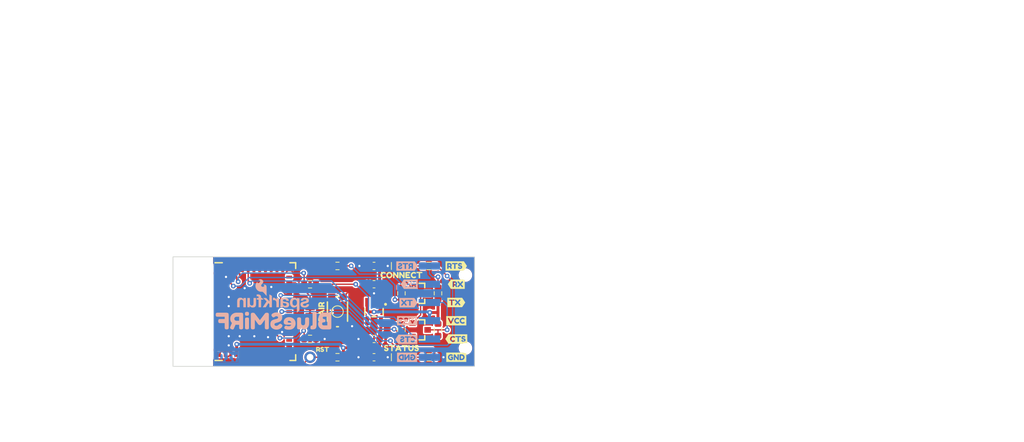
<source format=kicad_pcb>
(kicad_pcb (version 20221018) (generator pcbnew)
  (layers (0 "F.Cu" signal) (31 "B.Cu" signal) (34 "B.Paste" user) (35 "F.Paste" user) (36 "B.SilkS" user "B.Silkscreen") (37 "F.SilkS" user "F.Silkscreen") (38 "B.Mask" user) (39 "F.Mask" user) (44 "Edge.Cuts" user))
  (net 0 "")
  (net 1 "+3.3V")
  (net 2 "GND")
  (net 3 "VCC")
  (net 4 "Net-(D1-A)")
  (net 5 "Net-(D2-A)")
  (net 6 "RTS_HV")
  (net 7 "RX_HV")
  (net 8 "TX_HV")
  (net 9 "CTS_HV")
  (net 10 "TX_LV")
  (net 11 "RTS_LV")
  (net 12 "Net-(U1-EN)")
  (net 13 "Net-(U1-IO15)")
  (net 14 "RX_LV")
  (net 15 "CTS_LV")
  (net 35 "PAIR")
  (net 36 "Net-(JP1-A)")
  (net 37 "/Connect")
  (net 41 "/Status")
  (footprint "kibuzzard-64C4844B" (layer "F.Cu") (at 168.91 123.19)
    (fp_text reference "kibuzzard-64C4844B" hide)
    (fp_text value "G***" hide)
  )
  (footprint "SparkFun-Capacitor:C_0603_1608Metric" (layer "F.Cu") (at 157.48 128.27 180)
    (fp_text reference "C5")
    (fp_text value "10uF")
    (pad "1" smd roundrect (at -0.775 0 180) (size 0.9 0.95) (layers "F.Cu" "F.Paste" "F.Mask") (net 1 "+3.3V"))
    (pad "2" smd roundrect (at 0.775 0 180) (size 0.9 0.95) (layers "F.Cu" "F.Paste" "F.Mask") (net 2 "GND"))
  )
  (footprint "kibuzzard-64C47E89" (layer "F.Cu") (at 161.29 129.54)
    (fp_text reference "kibuzzard-64C47E89" hide)
    (fp_text value "G***" hide)
  )
  (footprint "kibuzzard-64C48159" (layer "F.Cu") (at 150.334054 129.720784)
    (fp_text reference "kibuzzard-64C48159" hide)
    (fp_text value "G***" hide)
  )
  (footprint "SparkFun-Jumper:SMT-JUMPER_2_NC_TRACE_NO-SILK" (layer "F.Cu") (at 148.59 124.46 90)
    (fp_text reference "JP1")
    (fp_text value "~")
    (fp_poly (pts (xy -0.25 -0.15) (xy 0.25 -0.15) (xy 0.25 0.15) (xy -0.25 0.15)) (fill solid) (layer "F.Cu"))
    (pad "1" smd rect (at -0.5207 0 90) (size 0.6604 1.27) (layers "F.Cu" "F.Mask") (net 36 "Net-(JP1-A)"))
    (pad "2" smd rect (at 0.5207 0 90) (size 0.6604 1.27) (layers "F.Cu" "F.Mask") (net 35 "PAIR"))
  )
  (footprint "SparkFun-LED:LED_0603_1608Metric" (layer "F.Cu") (at 161.29 118.11)
    (fp_text reference "D1")
    (fp_text value "Green")
    (pad "1" smd roundrect (at -0.7875 0) (size 0.875 0.95) (layers "F.Cu" "F.Paste" "F.Mask") (net 2 "GND"))
    (pad "2" smd roundrect (at 0.7875 0) (size 0.875 0.95) (layers "F.Cu" "F.Paste" "F.Mask") (net 4 "Net-(D1-A)"))
  )
  (footprint "SparkFun-Semiconductor-Standard:SOT23-3" (layer "F.Cu") (at 163.83 121.92)
    (fp_text reference "Q2")
    (fp_text value "Q_NMOS_DGS")
    (pad "1" smd rect (at -1 -0.95 270) (size 0.8 0.9) (layers "F.Cu" "F.Paste" "F.Mask") (net 1 "+3.3V"))
    (pad "2" smd rect (at -1 0.95 270) (size 0.8 0.9) (layers "F.Cu" "F.Paste" "F.Mask") (net 11 "RTS_LV"))
    (pad "3" smd rect (at 1.1 0 270) (size 0.8 0.9) (layers "F.Cu" "F.Paste" "F.Mask") (net 6 "RTS_HV"))
  )
  (footprint "SparkFun-Resistor:R_0603_1608Metric" (layer "F.Cu") (at 165.1 130.81 180)
    (fp_text reference "R3")
    (fp_text value "1k")
    (pad "1" smd roundrect (at -0.825 0 180) (size 0.8 0.95) (layers "F.Cu" "F.Paste" "F.Mask") (net 41 "/Status"))
    (pad "2" smd roundrect (at 0.825 0 180) (size 0.8 0.95) (layers "F.Cu" "F.Paste" "F.Mask") (net 5 "Net-(D2-A)"))
  )
  (footprint "kibuzzard-64C47E8F" (layer "F.Cu") (at 161.29 119.38)
    (fp_text reference "kibuzzard-64C47E8F" hide)
    (fp_text value "G***" hide)
  )
  (footprint "SparkFun-Resistor:R_0603_1608Metric" (layer "F.Cu") (at 161.29 127 -90)
    (fp_text reference "R5")
    (fp_text value "10k")
    (pad "1" smd roundrect (at -0.825 0 270) (size 0.8 0.95) (layers "F.Cu" "F.Paste" "F.Mask") (net 1 "+3.3V"))
    (pad "2" smd roundrect (at 0.825 0 270) (size 0.8 0.95) (layers "F.Cu" "F.Paste" "F.Mask") (net 10 "TX_LV"))
  )
  (footprint "SparkFun-Connector:1X01" (layer "F.Cu") (at 148.59 130.81 90)
    (fp_text reference "TP1")
    (fp_text value "TestPoint")
    (pad "1" thru_hole circle (at 0 0 180) (size 1.6 1.6) (drill 0.95) (layers "*.Cu" "*.Mask") (net 12 "Net-(U1-EN)"))
  )
  (footprint "SparkFun-Semiconductor-Standard:SOT23-5" (layer "F.Cu") (at 157.48 124.46 -90)
    (fp_text reference "U2")
    (fp_text value "AP2112K-3.3")
    (pad "1" smd rect (at -1.3001 -0.95 180) (size 0.55 1.2) (layers "F.Cu" "F.Paste" "F.Mask") (net 3 "VCC"))
    (pad "2" smd rect (at -1.3001 0 180) (size 0.55 1.2) (layers "F.Cu" "F.Paste" "F.Mask") (net 2 "GND"))
    (pad "3" smd rect (at -1.3001 0.95 180) (size 0.55 1.2) (layers "F.Cu" "F.Paste" "F.Mask") (net 3 "VCC"))
    (pad "4" smd rect (at 1.3001 0.95 180) (size 0.55 1.2) (layers "F.Cu" "F.Paste" "F.Mask"))
    (pad "5" smd rect (at 1.3001 -0.95 180) (size 0.55 1.2) (layers "F.Cu" "F.Paste" "F.Mask") (net 1 "+3.3V"))
  )
  (footprint "SparkFun-Aesthetic:Creative_Commons_License" (layer "F.Cu") (at 152.4 138.43)
    (fp_text reference "G2" hide)
    (fp_text value "OSHW_Logo" hide)
  )
  (footprint "SparkFun-Capacitor:C_0603_1608Metric" (layer "F.Cu") (at 157.48 120.65 180)
    (fp_text reference "C1")
    (fp_text value "10uF")
    (pad "1" smd roundrect (at -0.775 0 180) (size 0.9 0.95) (layers "F.Cu" "F.Paste" "F.Mask") (net 3 "VCC"))
    (pad "2" smd roundrect (at 0.775 0 180) (size 0.9 0.95) (layers "F.Cu" "F.Paste" "F.Mask") (net 2 "GND"))
  )
  (footprint "SparkFun-Resistor:R_0603_1608Metric" (layer "F.Cu") (at 148.59 120.65)
    (fp_text reference "R9")
    (fp_text value "1k")
    (pad "1" smd roundrect (at -0.825 0) (size 0.8 0.95) (layers "F.Cu" "F.Paste" "F.Mask") (net 15 "CTS_LV"))
    (pad "2" smd roundrect (at 0.825 0) (size 0.8 0.95) (layers "F.Cu" "F.Paste" "F.Mask") (net 9 "CTS_HV"))
  )
  (footprint "SparkFun-Capacitor:C_0603_1608Metric" (layer "F.Cu") (at 157.48 118.11 180)
    (fp_text reference "C3")
    (fp_text value "1.0uF")
    (pad "1" smd roundrect (at -0.775 0 180) (size 0.9 0.95) (layers "F.Cu" "F.Paste" "F.Mask") (net 3 "VCC"))
    (pad "2" smd roundrect (at 0.775 0 180) (size 0.9 0.95) (layers "F.Cu" "F.Paste" "F.Mask") (net 2 "GND"))
  )
  (footprint "kibuzzard-64C48496" (layer "F.Cu") (at 168.91 120.65)
    (fp_text reference "kibuzzard-64C48496" hide)
    (fp_text value "G***" hide)
  )
  (footprint "SparkFun-Aesthetic:Ordering_Instructions" (layer "F.Cu") (at 184.2242 81.355)
    (fp_text reference "U3" hide)
    (fp_text value "~" hide)
  )
  (footprint "kibuzzard-64C48455" (layer "F.Cu") (at 168.91 125.73)
    (fp_text reference "kibuzzard-64C48455" hide)
    (fp_text value "G***" hide)
  )
  (footprint "SparkFun-Resistor:R_0603_1608Metric" (layer "F.Cu") (at 152.4 130.81 180)
    (fp_text reference "R1")
    (fp_text value "10k")
    (pad "1" smd roundrect (at -0.825 0 180) (size 0.8 0.95) (layers "F.Cu" "F.Paste" "F.Mask") (net 1 "+3.3V"))
    (pad "2" smd roundrect (at 0.825 0 180) (size 0.8 0.95) (layers "F.Cu" "F.Paste" "F.Mask") (net 12 "Net-(U1-EN)"))
  )
  (footprint "SparkFun-Semiconductor-Standard:SOT23-3" (layer "F.Cu") (at 163.83 127)
    (fp_text reference "Q1")
    (fp_text value "Q_NMOS_DGS")
    (pad "1" smd rect (at -1 -0.95 270) (size 0.8 0.9) (layers "F.Cu" "F.Paste" "F.Mask") (net 1 "+3.3V"))
    (pad "2" smd rect (at -1 0.95 270) (size 0.8 0.9) (layers "F.Cu" "F.Paste" "F.Mask") (net 10 "TX_LV"))
    (pad "3" smd rect (at 1.1 0 270) (size 0.8 0.9) (layers "F.Cu" "F.Paste" "F.Mask") (net 8 "TX_HV"))
  )
  (footprint "SparkFun-Resistor:R_0603_1608Metric" (layer "F.Cu") (at 148.59 128.27)
    (fp_text reference "R10")
    (fp_text value "1k")
    (pad "1" smd roundrect (at -0.825 0) (size 0.8 0.95) (layers "F.Cu" "F.Paste" "F.Mask") (net 13 "Net-(U1-IO15)"))
    (pad "2" smd roundrect (at 0.825 0) (size 0.8 0.95) (layers "F.Cu" "F.Paste" "F.Mask") (net 2 "GND"))
  )
  (footprint "kibuzzard-64C48117" (layer "F.Cu") (at 150.17 124.46 90)
    (fp_text reference "kibuzzard-64C48117" hide)
    (fp_text value "G***" hide)
  )
  (footprint "SparkFun-Resistor:R_0603_1608Metric" (layer "F.Cu") (at 165.1 118.11 180)
    (fp_text reference "R2")
    (fp_text value "1k")
    (pad "1" smd roundrect (at -0.825 0 180) (size 0.8 0.95) (layers "F.Cu" "F.Paste" "F.Mask") (net 37 "/Connect"))
    (pad "2" smd roundrect (at 0.825 0 180) (size 0.8 0.95) (layers "F.Cu" "F.Paste" "F.Mask") (net 4 "Net-(D1-A)"))
  )
  (footprint "kibuzzard-64C4846C" (layer "F.Cu") (at 168.91 130.81)
    (fp_text reference "kibuzzard-64C4846C" hide)
    (fp_text value "G***" hide)
  )
  (footprint "SparkFun-RF:ESP32-MINI" (layer "F.Cu") (at 140.79 124.46 90)
    (fp_text reference "U1")
    (fp_text value "ESP32_Pico_Mini")
    (pad "1" smd rect (at -5.9 -4 180) (size 0.4 0.8) (layers "F.Cu" "F.Paste" "F.Mask") (net 2 "GND"))
    (pad "2" smd rect (at -5.9 -3.2 180) (size 0.4 0.8) (layers "F.Cu" "F.Paste" "F.Mask") (net 2 "GND"))
    (pad "3" smd rect (at -5.9 -2.4 180) (size 0.4 0.8) (layers "F.Cu" "F.Paste" "F.Mask") (net 1 "+3.3V"))
    (pad "4" smd rect (at -5.9 -1.6 180) (size 0.4 0.8) (layers "F.Cu" "F.Paste" "F.Mask"))
    (pad "5" smd rect (at -5.9 -0.8 180) (size 0.4 0.8) (layers "F.Cu" "F.Paste" "F.Mask"))
    (pad "6" smd rect (at -5.9 0 180) (size 0.4 0.8) (layers "F.Cu" "F.Paste" "F.Mask"))
    (pad "7" smd rect (at -5.9 0.8 180) (size 0.4 0.8) (layers "F.Cu" "F.Paste" "F.Mask"))
    (pad "8" smd rect (at -5.9 1.6 180) (size 0.4 0.8) (layers "F.Cu" "F.Paste" "F.Mask") (net 12 "Net-(U1-EN)"))
    (pad "9" smd rect (at -5.9 2.4 180) (size 0.4 0.8) (layers "F.Cu" "F.Paste" "F.Mask"))
    (pad "10" smd rect (at -5.9 3.2 180) (size 0.4 0.8) (layers "F.Cu" "F.Paste" "F.Mask"))
    (pad "11" smd rect (at -5.9 4 180) (size 0.4 0.8) (layers "F.Cu" "F.Paste" "F.Mask") (net 2 "GND"))
    (pad "12" smd rect (at -4.8 4.9 90) (size 0.4 0.8) (layers "F.Cu" "F.Paste" "F.Mask"))
    (pad "13" smd rect (at -4 4.9 90) (size 0.4 0.8) (layers "F.Cu" "F.Paste" "F.Mask"))
    (pad "14" smd rect (at -3.2 4.9 90) (size 0.4 0.8) (layers "F.Cu" "F.Paste" "F.Mask") (net 2 "GND"))
    (pad "15" smd rect (at -2.4 4.9 90) (size 0.4 0.8) (layers "F.Cu" "F.Paste" "F.Mask"))
    (pad "16" smd rect (at -1.6 4.9 90) (size 0.4 0.8) (layers "F.Cu" "F.Paste" "F.Mask"))
    (pad "17" smd rect (at -0.8 4.9 90) (size 0.4 0.8) (layers "F.Cu" "F.Paste" "F.Mask"))
    (pad "18" smd rect (at 0 4.9 90) (size 0.4 0.8) (layers "F.Cu" "F.Paste" "F.Mask") (net 37 "/Connect"))
    (pad "19" smd rect (at 0.8 4.9 90) (size 0.4 0.8) (layers "F.Cu" "F.Paste" "F.Mask"))
    (pad "20" smd rect (at 1.6 4.9 90) (size 0.4 0.8) (layers "F.Cu" "F.Paste" "F.Mask") (net 41 "/Status"))
    (pad "21" smd rect (at 2.4 4.9 90) (size 0.4 0.8) (layers "F.Cu" "F.Paste" "F.Mask") (net 13 "Net-(U1-IO15)"))
    (pad "22" smd rect (at 3.2 4.9 90) (size 0.4 0.8) (layers "F.Cu" "F.Paste" "F.Mask"))
    (pad "23" smd rect (at 4 4.9 90) (size 0.4 0.8) (layers "F.Cu" "F.Paste" "F.Mask") (net 35 "PAIR"))
    (pad "24" smd rect (at 4.8 4.9 90) (size 0.4 0.8) (layers "F.Cu" "F.Paste" "F.Mask"))
    (pad "25" smd rect (at 5.9 4 180) (size 0.4 0.8) (layers "F.Cu" "F.Paste" "F.Mask"))
    (pad "26" smd rect (at 5.9 3.2 180) (size 0.4 0.8) (layers "F.Cu" "F.Paste" "F.Mask"))
    (pad "27" smd rect (at 5.9 2.4 180) (size 0.4 0.8) (layers "F.Cu" "F.Paste" "F.Mask"))
    (pad "28" smd rect (at 5.9 1.6 180) (size 0.4 0.8) (layers "F.Cu" "F.Paste" "F.Mask"))
    (pad "29" smd rect (at 5.9 0.8 180) (size 0.4 0.8) (layers "F.Cu" "F.Paste" "F.Mask"))
    (pad "30" smd rect (at 5.9 0 180) (size 0.4 0.8) (layers "F.Cu" "F.Paste" "F.Mask") (net 14 "RX_LV"))
    (pad "31" smd rect (at 5.9 -0.8 180) (size 0.4 0.8) (layers "F.Cu" "F.Paste" "F.Mask") (net 10 "TX_LV"))
    (pad "32" smd rect (at 5.9 -1.6 180) (size 0.4 0.8) (layers "F.Cu" "F.Paste" "F.Mask"))
    (pad "33" smd rect (at 5.9 -2.4 180) (size 0.4 0.8) (layers "F.Cu" "F.Paste" "F.Mask") (net 15 "CTS_LV"))
    (pad "34" smd rect (at 5.9 -3.2 180) (size 0.4 0.8) (layers "F.Cu" "F.Paste" "F.Mask") (net 11 "RTS_LV"))
    (pad "35" smd rect (at 5.9 -4 180) (size 0.4 0.8) (layers "F.Cu" "F.Paste" "F.Mask"))
    (pad "36" smd rect (at 4.8 -4.9 90) (size 0.4 0.8) (layers "F.Cu" "F.Paste" "F.Mask") (net 2 "GND"))
    (pad "37" smd rect (at 4 -4.9 90) (size 0.4 0.8) (layers "F.Cu" "F.Paste" "F.Mask") (net 2 "GND"))
    (pad "38" smd rect (at 3.2 -4.9 90) (size 0.4 0.8) (layers "F.Cu" "F.Paste" "F.Mask") (net 2 "GND"))
    (pad "39" smd rect (at 2.4 -4.9 90) (size 0.4 0.8) (layers "F.Cu" "F.Paste" "F.Mask") (net 2 "GND"))
    (pad "40" smd rect (at 1.6 -4.9 90) (size 0.4 0.8) (layers "F.Cu" "F.Paste" "F.Mask") (net 2 "GND"))
    (pad "41" smd rect (at 0.8 -4.9 90) (size 0.4 0.8) (layers "F.Cu" "F.Paste" "F.Mask") (net 2 "GND"))
    (pad "42" smd rect (at 0 -4.9 90) (size 0.4 0.8) (layers "F.Cu" "F.Paste" "F.Mask") (net 2 "GND"))
    (pad "43" smd rect (at -0.8 -4.9 90) (size 0.4 0.8) (layers "F.Cu" "F.Paste" "F.Mask") (net 2 "GND"))
    (pad "44" smd rect (at -1.6 -4.9 90) (size 0.4 0.8) (layers "F.Cu" "F.Paste" "F.Mask") (net 2 "GND"))
    (pad "45" smd rect (at -2.4 -4.9 90) (size 0.4 0.8) (layers "F.Cu" "F.Paste" "F.Mask") (net 2 "GND"))
    (pad "46" smd rect (at -3.2 -4.9 90) (size 0.4 0.8) (layers "F.Cu" "F.Paste" "F.Mask") (net 2 "GND"))
    (pad "47" smd rect (at -4 -4.9 90) (size 0.4 0.8) (layers "F.Cu" "F.Paste" "F.Mask") (net 2 "GND"))
    (pad "48" smd rect (at -4.8 -4.9 90) (size 0.4 0.8) (layers "F.Cu" "F.Paste" "F.Mask") (net 2 "GND"))
    (pad "49.1" smd rect (at -1.975 -1.975 90) (size 1.45 1.45) (layers "F.Cu" "F.Mask") (net 2 "GND"))
    (pad "49.2" smd rect (at -1.975 0 90) (size 1.45 1.45) (layers "F.Cu" "F.Mask") (net 2 "GND"))
    (pad "49.3" smd rect (at -1.975 1.975 90) (size 1.45 1.45) (layers "F.Cu" "F.Mask") (net 2 "GND"))
    (pad "49.4" smd rect (at 0 1.975 90) (size 1.45 1.45) (layers "F.Cu" "F.Mask") (net 2 "GND"))
    (pad "49.5" smd rect (at 1.975 1.975 90) (size 1.45 1.45) (layers "F.Cu" "F.Mask") (net 2 "GND"))
    (pad "49.6" smd rect (at 1.975 0 90) (size 1.45 1.45) (layers "F.Cu" "F.Mask") (net 2 "GND"))
    (pad "49.7" smd rect (at 1.975 -1.975 90) (size 1.45 1.45) (layers "F.Cu" "F.Mask") (net 2 "GND"))
    (pad "49.8" smd rect (at 0 -1.975 90) (size 1.45 1.45) (layers "F.Cu" "F.Mask") (net 2 "GND"))
    (pad "49.9" smd rect (at 0 0 90) (size 1.45 1.45) (layers "F.Cu" "F.Mask") (net 2 "GND"))
    (pad "50" smd rect (at 5.95 -4.95 90) (size 0.7 0.7) (layers "F.Cu" "F.Paste" "F.Mask") (net 2 "GND"))
    (pad "51" smd rect (at 5.95 4.95 90) (size 0.7 0.7) (layers "F.Cu" "F.Paste" "F.Mask") (net 2 "GND"))
    (pad "52" smd rect (at -5.95 4.95 90) (size 0.7 0.7) (layers "F.Cu" "F.Paste" "F.Mask") (net 2 "GND"))
    (pad "53" smd rect (at -5.95 -4.95 90) (size 0.7 0.7) (layers "F.Cu" "F.Paste" "F.Mask") (net 2 "GND"))
    (zone (net 0) (net_name "") (layer "F.Cu") (connect_pads (clearance 0)) (min_thickness 0.25)
      (keepout (tracks not_allowed) (vias not_allowed) (pads not_allowed) (copperpour not_allowed) (footprints allowed))
      (fill (thermal_gap 0.5) (thermal_bridge_width 0.5))
      (polygon (pts (xy 135.19 131.06) (xy 135.19 117.86) (xy 129.79 117.86) (xy 129.79 131.06)))
    )
    (zone (net 0) (net_name "") (layer "B.Cu") (connect_pads (clearance 0)) (min_thickness 0.25)
      (keepout (tracks not_allowed) (vias not_allowed) (pads not_allowed) (copperpour not_allowed) (footprints allowed))
      (fill (thermal_gap 0.5) (thermal_bridge_width 0.5))
      (polygon (pts (xy 129.79 117.86) (xy 129.79 131.06) (xy 135.19 131.06) (xy 135.19 117.86)))
    )
  )
  (footprint "SparkFun-Resistor:R_0603_1608Metric" (layer "F.Cu") (at 166.37 121.92 90)
    (fp_text reference "R7")
    (fp_text value "10k")
    (pad "1" smd roundrect (at -0.825 0 90) (size 0.8 0.95) (layers "F.Cu" "F.Paste" "F.Mask") (net 3 "VCC"))
    (pad "2" smd roundrect (at 0.825 0 90) (size 0.8 0.95) (layers "F.Cu" "F.Paste" "F.Mask") (net 6 "RTS_HV"))
  )
  (footprint "SparkFun-Capacitor:C_0603_1608Metric" (layer "F.Cu") (at 157.48 130.81 180)
    (fp_text reference "C2")
    (fp_text value "1.0uF")
    (pad "1" smd roundrect (at -0.775 0 180) (size 0.9 0.95) (layers "F.Cu" "F.Paste" "F.Mask") (net 1 "+3.3V"))
    (pad "2" smd roundrect (at 0.775 0 180) (size 0.9 0.95) (layers "F.Cu" "F.Paste" "F.Mask") (net 2 "GND"))
  )
  (footprint "kibuzzard-64C484A1" (layer "F.Cu") (at 168.91 128.27)
    (fp_text reference "kibuzzard-64C484A1" hide)
    (fp_text value "G***" hide)
  )
  (footprint "SparkFun-Switch:Momentary_SMD_4.6x2.8mm" (layer "F.Cu") (at 152.4 124.46 90)
    (fp_text reference "SW1")
    (fp_text value "Switch")
    (pad "1" smd rect (at -2.05 -0.8 90) (size 0.9 1) (layers "F.Cu" "F.Paste" "F.Mask") (net 36 "Net-(JP1-A)"))
    (pad "1" smd rect (at 2.05 -0.8 90) (size 0.9 1) (layers "F.Cu" "F.Paste" "F.Mask") (net 36 "Net-(JP1-A)"))
    (pad "2" smd rect (at -2.05 0.8 90) (size 0.9 1) (layers "F.Cu" "F.Paste" "F.Mask") (net 2 "GND"))
    (pad "2" smd rect (at 2.05 0.8 90) (size 0.9 1) (layers "F.Cu" "F.Paste" "F.Mask") (net 2 "GND"))
  )
  (footprint "kibuzzard-64C48410" (layer "F.Cu") (at 168.91 118.11)
    (fp_text reference "kibuzzard-64C48410" hide)
    (fp_text value "G***" hide)
  )
  (footprint "SparkFun-LED:LED_0603_1608Metric" (layer "F.Cu") (at 161.29 130.81)
    (fp_text reference "D2")
    (fp_text value "Red")
    (pad "1" smd roundrect (at -0.7875 0) (size 0.875 0.95) (layers "F.Cu" "F.Paste" "F.Mask") (net 2 "GND"))
    (pad "2" smd roundrect (at 0.7875 0) (size 0.875 0.95) (layers "F.Cu" "F.Paste" "F.Mask") (net 5 "Net-(D2-A)"))
  )
  (footprint "SparkFun-Resistor:R_0603_1608Metric" (layer "F.Cu") (at 166.37 127 -90)
    (fp_text reference "R4")
    (fp_text value "10k")
    (pad "1" smd roundrect (at -0.825 0 270) (size 0.8 0.95) (layers "F.Cu" "F.Paste" "F.Mask") (net 3 "VCC"))
    (pad "2" smd roundrect (at 0.825 0 270) (size 0.8 0.95) (layers "F.Cu" "F.Paste" "F.Mask") (net 8 "TX_HV"))
  )
  (footprint "SparkFun-Resistor:R_0603_1608Metric" (layer "F.Cu") (at 152.4 118.11)
    (fp_text reference "R8")
    (fp_text value "1k")
    (pad "1" smd roundrect (at -0.825 0) (size 0.8 0.95) (layers "F.Cu" "F.Paste" "F.Mask") (net 14 "RX_LV"))
    (pad "2" smd roundrect (at 0.825 0) (size 0.8 0.95) (layers "F.Cu" "F.Paste" "F.Mask") (net 7 "RX_HV"))
  )
  (footprint "SparkFun-Resistor:R_0603_1608Metric" (layer "F.Cu") (at 161.29 121.92 -90)
    (fp_text reference "R6")
    (fp_text value "10k")
    (pad "1" smd roundrect (at -0.825 0 270) (size 0.8 0.95) (layers "F.Cu" "F.Paste" "F.Mask") (net 1 "+3.3V"))
    (pad "2" smd roundrect (at 0.825 0 270) (size 0.8 0.95) (layers "F.Cu" "F.Paste" "F.Mask") (net 11 "RTS_LV"))
  )
  (footprint "kibuzzard-64C48347" (layer "B.Cu") (at 162.37 120.65 180)
    (fp_text reference "kibuzzard-64C48347" hide)
    (fp_text value "G***" hide)
  )
  (footprint "kibuzzard-64C4837C" (layer "B.Cu") (at 162.07 125.72 180)
    (fp_text reference "kibuzzard-64C4837C" hide)
    (fp_text value "G***" hide)
  )
  (footprint "kibuzzard-64C484B8" (layer "B.Cu") (at 162.07 118.12 180)
    (fp_text reference "kibuzzard-64C484B8" hide)
    (fp_text value "G***" hide)
  )
  (footprint "kibuzzard-64C47F40" (layer "B.Cu") (at 143.51 125.73 180)
    (fp_text reference "kibuzzard-64C47F40" hide)
    (fp_text value "G***" hide)
  )
  (footprint "SparkFun-Aesthetic:SparkFun_Logo_10mm" (layer "B.Cu") (at 143.51 123.19 180)
    (fp_text reference "G***")
    (fp_text value "LOGO" hide)
  )
  (footprint "kibuzzard-64C483A5" (layer "B.Cu") (at 161.97 128.32 180)
    (fp_text reference "kibuzzard-64C483A5" hide)
    (fp_text value "G***" hide)
  )
  (footprint "SparkFun-Connector:1X06-SMD_RA_MALE" (layer "B.Cu") (at 170.18 124.46 -90)
    (fp_text reference "J2")
    (fp_text value "Conn_01x06")
    (pad "" np_thru_hole circle (at -5.08 0 270) (size 1.4 1.4) (drill 1.4) (layers "*.Cu" "*.Mask"))
    (pad "" np_thru_hole circle (at 5.08 0 270) (size 1.4 1.4) (drill 1.4) (layers "*.Cu" "*.Mask"))
    (pad "1" smd rect (at -6.35 5 180) (size 3 1) (layers "B.Cu" "B.Paste" "B.Mask") (net 6 "RTS_HV"))
    (pad "2" smd rect (at -3.81 5 180) (size 3 1) (layers "B.Cu" "B.Paste" "B.Mask") (net 7 "RX_HV"))
    (pad "3" smd rect (at -1.27 5 180) (size 3 1) (layers "B.Cu" "B.Paste" "B.Mask") (net 8 "TX_HV"))
    (pad "4" smd rect (at 1.27 5 180) (size 3 1) (layers "B.Cu" "B.Paste" "B.Mask") (net 3 "VCC"))
    (pad "5" smd rect (at 3.81 5 180) (size 3 1) (layers "B.Cu" "B.Paste" "B.Mask") (net 9 "CTS_HV"))
    (pad "6" smd rect (at 6.35 5 180) (size 3 1) (layers "B.Cu" "B.Paste" "B.Mask") (net 2 "GND"))
  )
  (footprint "kibuzzard-64C48505" (layer "B.Cu") (at 162.27 123.22 180)
    (fp_text reference "kibuzzard-64C48505" hide)
    (fp_text value "G***" hide)
  )
  (footprint "kibuzzard-64C483E5" (layer "B.Cu") (at 162.07 130.82 180)
    (fp_text reference "kibuzzard-64C483E5" hide)
    (fp_text value "G***" hide)
  )
  (gr_rect (start 129.54 116.84) (end 171.45 132.08) (stroke (width 0.1)) (fill none) (layer "Edge.Cuts"))
  (gr_text "v10" (at 137.16 130.81) (layer "B.Cu" knockout) (effects (font (size 1.016 1.016) (thickness 0.254) bold) (justify mirror)))
  (segment (start 158.43 127.001359) (end 158.255 127.176359) (width 0.4064) (layer "F.Cu") (net 1))
  (segment (start 138.39 129.01) (end 138.4 129) (width 0.4064) (layer "F.Cu") (net 1))
  (segment (start 162.705 121.095) (end 162.83 120.97) (width 0.1778) (layer "F.Cu") (net 1))
  (segment (start 163.957 124.923) (end 163.957 122.097) (width 0.1778) (layer "F.Cu") (net 1))
  (segment (start 158.255 129.5) (end 158.255 128.27) (width 0.4064) (layer "F.Cu") (net 1))
  (segment (start 159.49505 125.7601) (end 158.43 125.7601) (width 0.4064) (layer "F.Cu") (net 1))
  (segment (start 153.225 129.525) (end 153.2 129.5) (width 0.4064) (layer "F.Cu") (net 1))
  (segment (start 158.255 130.81) (end 158.255 129.5) (width 0.4064) (layer "F.Cu") (net 1))
  (segment (start 153.225 130.81) (end 153.225 129.525) (width 0.4064) (layer "F.Cu") (net 1))
  (segment (start 153.2 129.5) (end 158.255 129.5) (width 0.4064) (layer "F.Cu") (net 1))
  (segment (start 138.39 130.36) (end 138.39 129.01) (width 0.4064) (layer "F.Cu") (net 1))
  (segment (start 161.29 126.175) (end 159.90995 126.175) (width 0.4064) (layer "F.Cu") (net 1))
  (segment (start 162.705 126.175) (end 162.83 126.05) (width 0.1778) (layer "F.Cu") (net 1))
  (segment (start 159.90995 126.175) (end 159.49505 125.7601) (width 0.4064) (layer "F.Cu") (net 1))
  (segment (start 158.255 127.176359) (end 158.255 128.27) (width 0.4064) (layer "F.Cu") (net 1))
  (segment (start 162.83 126.05) (end 163.957 124.923) (width 0.1778) (layer "F.Cu") (net 1))
  (segment (start 163.957 122.097) (end 162.83 120.97) (width 0.1778) (layer "F.Cu") (net 1))
  (segment (start 161.29 121.095) (end 162.705 121.095) (width 0.1778) (layer "F.Cu") (net 1))
  (segment (start 161.29 126.175) (end 162.705 126.175) (width 0.1778) (layer "F.Cu") (net 1))
  (segment (start 158.43 125.7601) (end 158.43 127.001359) (width 0.4064) (layer "F.Cu") (net 1))
  (via (at 153.2 129.5) (size 0.6604) (drill 0.3048) (layers "F.Cu" "B.Cu") (net 1))
  (via (at 138.4 129) (size 0.6604) (drill 0.3048) (layers "F.Cu" "B.Cu") (net 1))
  (segment (start 138.4 129) (end 152.7 129) (width 0.4064) (layer "B.Cu") (net 1))
  (segment (start 152.7 129) (end 153.2 129.5) (width 0.4064) (layer "B.Cu") (net 1))
  (segment (start 154.414 126.51) (end 154.432 126.492) (width 0.1778) (layer "F.Cu") (net 2))
  (segment (start 145.06 127.66) (end 144.7 127.3) (width 0.4064) (layer "F.Cu") (net 2))
  (segment (start 135.84 129.31) (end 135.89 129.26) (width 0.1778) (layer "F.Cu") (net 2))
  (segment (start 143.2524 128.016) (end 142.748 128.016) (width 0.4064) (layer "F.Cu") (net 2))
  (segment (start 157.48 123.1599) (end 157.48 121.92) (width 0.5588) (layer "F.Cu") (net 2))
  (segment (start 145.69 127.66) (end 145.06 127.66) (width 0.4064) (layer "F.Cu") (net 2))
  (segment (start 137.186 129.26) (end 137.287 129.159) (width 0.1778) (layer "F.Cu") (net 2))
  (segment (start 144.79 130.36) (end 144.79 129.5536) (width 0.4064) (layer "F.Cu") (net 2))
  (segment (start 144.79 129.5536) (end 143.2524 128.016) (width 0.4064) (layer "F.Cu") (net 2))
  (via (at 142.748 128.016) (size 0.6604) (drill 0.3048) (layers "F.Cu" "B.Cu") (net 2))
  (via (at 137.287 129.159) (size 0.6604) (drill 0.3048) (layers "F.Cu" "B.Cu") (net 2))
  (via (at 144.7 127.3) (size 0.6604) (drill 0.3048) (layers "F.Cu" "B.Cu") (net 2))
  (via (at 140.843 127.889) (size 0.6604) (drill 0.3048) (layers "F.Cu" "B.Cu") (net 2))
  (via (at 136.906 119.634) (size 0.6604) (drill 0.3048) (layers "F.Cu" "B.Cu") (net 2))
  (via (at 159.385 118.11) (size 0.6604) (drill 0.3048) (layers "F.Cu" "B.Cu") (net 2))
  (via (at 137.287 127.889) (size 0.6604) (drill 0.3048) (layers "F.Cu" "B.Cu") (net 2))
  (via (at 137.287 122.428) (size 0.6604) (drill 0.3048) (layers "F.Cu" "B.Cu") (net 2))
  (via (at 154.432 126.492) (size 0.6604) (drill 0.3048) (layers "F.Cu" "B.Cu") (net 2))
  (via (at 159.385 130.81) (size 0.6604) (drill 0.3048) (layers "F.Cu" "B.Cu") (net 2))
  (via (at 139.5 121.2) (size 0.6604) (drill 0.3048) (layers "F.Cu" "B.Cu") (net 2))
  (via (at 155.321 128.27) (size 0.6604) (drill 0.3048) (layers "F.Cu" "B.Cu") (net 2))
  (via (at 155.321 130.81) (size 0.6604) (drill 0.3048) (layers "F.Cu" "B.Cu") (net 2))
  (via (at 138.811 127.889) (size 0.6604) (drill 0.3048) (layers "F.Cu" "B.Cu") (net 2))
  (via (at 150.622 128.27) (size 0.6604) (drill 0.3048) (layers "F.Cu" "B.Cu") (net 2))
  (via (at 157.48 121.92) (size 0.6604) (drill 0.3048) (layers "F.Cu" "B.Cu") (net 2))
  (via (at 143.2 121.031) (size 0.6604) (drill 0.3048) (layers "F.Cu" "B.Cu") (net 2))
  (via (at 137.287 123.7) (size 0.6604) (drill 0.3048) (layers "F.Cu" "B.Cu") (net 2))
  (via (at 155.448 118.11) (size 0.6604) (drill 0.3048) (layers "F.Cu" "B.Cu") (net 2))
  (via (at 167.132 130.81) (size 0.6604) (drill 0.3048) (layers "F.Cu" "B.Cu") (net 2))
  (segment (start 158.255 118.11) (end 158.255 120.65) (width 0.4064) (layer "F.Cu") (net 3))
  (segment (start 166.37 122.745) (end 166.37 124.587) (width 0.4064) (layer "F.Cu") (net 3))
  (segment (start 158.43 123.1599) (end 158.43 121.93) (width 0.4064) (layer "F.Cu") (net 3))
  (segment (start 158.255 121.755) (end 158.255 120.65) (width 0.4064) (layer "F.Cu") (net 3))
  (segment (start 156.748455 124.5) (end 157.48 124.5) (width 0.4064) (layer "F.Cu") (net 3))
  (segment (start 158.43 121.93) (end 158.255 121.755) (width 0.4064) (layer "F.Cu") (net 3))
  (segment (start 158.43 124.145) (end 158.43 123.1599) (width 0.4064) (layer "F.Cu") (net 3))
  (segment (start 156.53 123.1599) (end 156.53 124.281545) (width 0.4064) (layer "F.Cu") (net 3))
  (segment (start 157.48 124.5) (end 158.075 124.5) (width 0.4064) (layer "F.Cu") (net 3))
  (segment (start 165.227 124.587) (end 166.37 124.587) (width 0.4064) (layer "F.Cu") (net 3))
  (segment (start 156.53 124.281545) (end 156.748455 124.5) (width 0.4064) (layer "F.Cu") (net 3))
  (segment (start 158.075 124.5) (end 158.43 124.145) (width 0.4064) (layer "F.Cu") (net 3))
  (segment (start 166.37 126.175) (end 166.37 124.587) (width 0.4064) (layer "F.Cu") (net 3))
  (via (at 165.227 124.587) (size 0.6604) (drill 0.3048) (layers "F.Cu" "B.Cu") (net 3))
  (via (at 157.48 124.5) (size 0.6604) (drill 0.3048) (layers "F.Cu" "B.Cu") (net 3))
  (segment (start 165.18 125.73) (end 165.18 124.634) (width 0.4064) (layer "B.Cu") (net 3))
  (segment (start 165.14 124.5) (end 157.48 124.5) (width 0.4064) (layer "B.Cu") (net 3))
  (segment (start 165.18 125.73) (end 165.18 124.54) (width 0.4064) (layer "B.Cu") (net 3))
  (segment (start 165.18 124.634) (end 165.227 124.587) (width 0.4064) (layer "B.Cu") (net 3))
  (segment (start 165.18 124.54) (end 165.14 124.5) (width 0.4064) (layer "B.Cu") (net 3))
  (segment (start 162.0775 118.11) (end 164.275 118.11) (width 0.1778) (layer "F.Cu") (net 4))
  (segment (start 164.275 130.81) (end 162.0775 130.81) (width 0.1778) (layer "F.Cu") (net 5))
  (segment (start 165.545 121.92) (end 166.37 121.095) (width 0.1778) (layer "F.Cu") (net 6))
  (segment (start 164.93 121.92) (end 165.545 121.92) (width 0.1778) (layer "F.Cu") (net 6))
  (segment (start 166.37 121.095) (end 166.37 119.620298) (width 0.1778) (layer "F.Cu") (net 6))
  (via (at 166.37 119.620298) (size 0.6604) (drill 0.3048) (layers "F.Cu" "B.Cu") (net 6))
  (segment (start 166.37 119.620298) (end 165.594298 119.620298) (width 0.1778) (layer "B.Cu") (net 6))
  (segment (start 165.594298 119.620298) (end 165.18 119.206) (width 0.1778) (layer "B.Cu") (net 6))
  (segment (start 165.18 119.206) (end 165.18 118.11) (width 0.1778) (layer "B.Cu") (net 6))
  (segment (start 153.235 118.1) (end 153.225 118.11) (width 0.1778) (layer "F.Cu") (net 7))
  (segment (start 154.305 118.1) (end 153.235 118.1) (width 0.1778) (layer "F.Cu") (net 7))
  (via (at 154.305 118.1) (size 0.6604) (drill 0.3048) (layers "F.Cu" "B.Cu") (net 7))
  (segment (start 155.4421 119.2371) (end 159.8771 119.2371) (width 0.1778) (layer "B.Cu") (net 7))
  (segment (start 161.29 120.65) (end 165.18 120.65) (width 0.1778) (layer "B.Cu") (net 7))
  (segment (start 154.305 118.1) (end 155.4421 119.2371) (width 0.1778) (layer "B.Cu") (net 7))
  (segment (start 159.8771 119.2371) (end 161.29 120.65) (width 0.1778) (layer "B.Cu") (net 7))
  (segment (start 166.37 127) (end 164.93 127) (width 0.1778) (layer "F.Cu") (net 8))
  (segment (start 167.64 127) (end 166.37 127) (width 0.1778) (layer "F.Cu") (net 8))
  (segment (start 166.37 127.825) (end 166.37 127) (width 0.1778) (layer "F.Cu") (net 8))
  (via (at 167.64 127) (size 0.6604) (drill 0.3048) (layers "F.Cu" "B.Cu") (net 8))
  (segment (start 165.18 123.19) (end 167.132 123.19) (width 0.1778) (layer "B.Cu") (net 8))
  (segment (start 167.132 123.19) (end 167.64 123.698) (width 0.1778) (layer "B.Cu") (net 8))
  (segment (start 167.64 123.698) (end 167.64 127) (width 0.1778) (layer "B.Cu") (net 8))
  (segment (start 154.65 120.65) (end 154.7 120.6) (width 0.1778) (layer "F.Cu") (net 9))
  (segment (start 149.415 120.65) (end 154.65 120.65) (width 0.1778) (layer "F.Cu") (net 9))
  (segment (start 154.94 120.65) (end 154.65 120.65) (width 0.1778) (layer "F.Cu") (net 9))
  (via (at 154.94 120.65) (size 0.6604) (drill 0.3048) (layers "F.Cu" "B.Cu") (net 9))
  (segment (start 156.718 124.714) (end 156.718 122.428) (width 0.1778) (layer "B.Cu") (net 9))
  (segment (start 157.226 125.222) (end 156.718 124.714) (width 0.1778) (layer "B.Cu") (net 9))
  (segment (start 163.322 128.27) (end 160.274 125.222) (width 0.1778) (layer "B.Cu") (net 9))
  (segment (start 160.274 125.222) (end 157.226 125.222) (width 0.1778) (layer "B.Cu") (net 9))
  (segment (start 165.18 128.27) (end 163.322 128.27) (width 0.1778) (layer "B.Cu") (net 9))
  (segment (start 156.718 122.428) (end 154.94 120.65) (width 0.1778) (layer "B.Cu") (net 9))
  (segment (start 139.99 118.56) (end 139.99 120.305) (width 0.1778) (layer "F.Cu") (net 10))
  (segment (start 160.274 126.9079) (end 160.3729 126.9079) (width 0.1778) (layer "F.Cu") (net 10))
  (segment (start 139.99 120.305) (end 140.200917 120.515917) (width 0.1778) (layer "F.Cu") (net 10))
  (segment (start 161.415 127.95) (end 161.29 127.825) (width 0.1778) (layer "F.Cu") (net 10))
  (segment (start 160.3729 126.9079) (end 161.29 127.825) (width 0.1778) (layer "F.Cu") (net 10))
  (segment (start 162.83 127.95) (end 161.415 127.95) (width 0.1778) (layer "F.Cu") (net 10))
  (via (at 140.200917 120.515917) (size 0.6604) (drill 0.3048) (layers "F.Cu" "B.Cu") (net 10))
  (via (at 160.274 126.9079) (size 0.6604) (drill 0.3048) (layers "F.Cu" "B.Cu") (net 10))
  (segment (start 140.516834 120.2) (end 151.569 120.2) (width 0.1778) (layer "B.Cu") (net 10))
  (segment (start 151.569 120.2) (end 158.2769 126.9079) (width 0.1778) (layer "B.Cu") (net 10))
  (segment (start 140.200917 120.515917) (end 140.516834 120.2) (width 0.1778) (layer "B.Cu") (net 10))
  (segment (start 158.2769 126.9079) (end 160.274 126.9079) (width 0.1778) (layer "B.Cu") (net 10))
  (segment (start 162.83 122.87) (end 161.415 122.87) (width 0.1778) (layer "F.Cu") (net 11))
  (segment (start 161.226 122.809) (end 161.29 122.745) (width 0.1778) (layer "F.Cu") (net 11))
  (segment (start 160.3846 122.809) (end 161.226 122.809) (width 0.1778) (layer "F.Cu") (net 11))
  (segment (start 137.59 120.572) (end 137.922 120.904) (width 0.1778) (layer "F.Cu") (net 11))
  (segment (start 161.415 122.87) (end 161.29 122.745) (width 0.1778) (layer "F.Cu") (net 11))
  (segment (start 137.59 118.56) (end 137.59 120.572) (width 0.1778) (layer "F.Cu") (net 11))
  (via (at 160.3846 122.809) (size 0.6604) (drill 0.3048) (layers "F.Cu" "B.Cu") (net 11))
  (via (at 137.922 120.904) (size 0.6604) (drill 0.3048) (layers "F.Cu" "B.Cu") (net 11))
  (segment (start 160.3846 120.7606) (end 160.3846 122.809) (width 0.1778) (layer "B.Cu") (net 11))
  (segment (start 159.3431 119.7191) (end 160.3846 120.7606) (width 0.1778) (layer "B.Cu") (net 11))
  (segment (start 137.922 120.904) (end 137.9371 120.9191) (width 0.1778) (layer "B.Cu") (net 11))
  (segment (start 140.1229 119.7191) (end 159.3431 119.7191) (width 0.1778) (layer "B.Cu") (net 11))
  (segment (start 138.9229 120.9191) (end 140.1229 119.7191) (width 0.1778) (layer "B.Cu") (net 11))
  (segment (start 137.9371 120.9191) (end 138.9229 120.9191) (width 0.1778) (layer "B.Cu") (net 11))
  (segment (start 142.7 131.6) (end 142.39 131.29) (width 0.1778) (layer "F.Cu") (net 12))
  (segment (start 142.39 131.29) (end 142.39 130.36) (width 0.1778) (layer "F.Cu") (net 12))
  (segment (start 147.8 131.6) (end 142.7 131.6) (width 0.1778) (layer "F.Cu") (net 12))
  (segment (start 148.59 130.81) (end 147.8 131.6) (width 0.1778) (layer "F.Cu") (net 12))
  (segment (start 151.575 130.81) (end 148.59 130.81) (width 0.1778) (layer "F.Cu") (net 12))
  (segment (start 144.1 121.5) (end 143.891 121.709) (width 0.1778) (layer "F.Cu") (net 13))
  (segment (start 145.0715 121.963276) (end 144.608224 121.5) (width 0.1778) (layer "F.Cu") (net 13))
  (segment (start 145.69 122.06) (end 145.16 122.06) (width 0.1778) (layer "F.Cu") (net 13))
  (segment (start 144.608224 121.5) (end 144.1 121.5) (width 0.1778) (layer "F.Cu") (net 13))
  (segment (start 143.891 127.635) (end 144.399 128.143) (width 0.1778) (layer "F.Cu") (net 13))
  (segment (start 143.891 121.709) (end 143.891 127.635) (width 0.1778) (layer "F.Cu") (net 13))
  (segment (start 145.0715 121.9715) (end 145.0715 121.963276) (width 0.1778) (layer "F.Cu") (net 13))
  (segment (start 147.701 127.127) (end 147.765 127.191) (width 0.1778) (layer "F.Cu") (net 13))
  (segment (start 147.765 127.191) (end 147.765 128.27) (width 0.1778) (layer "F.Cu") (net 13))
  (segment (start 145.16 122.06) (end 145.0715 121.9715) (width 0.1778) (layer "F.Cu") (net 13))
  (via (at 147.701 127.127) (size 0.6604) (drill 0.3048) (layers "F.Cu" "B.Cu") (net 13))
  (via (at 144.399 128.143) (size 0.6604) (drill 0.3048) (layers "F.Cu" "B.Cu") (net 13))
  (segment (start 144.399 128.143) (end 146.685 128.143) (width 0.1778) (layer "B.Cu") (net 13))
  (segment (start 146.685 128.143) (end 147.701 127.127) (width 0.1778) (layer "B.Cu") (net 13))
  (segment (start 140.79 118.56) (end 140.79 117.61) (width 0.1778) (layer "F.Cu") (net 14))
  (segment (start 150.2 118.1) (end 151.565 118.1) (width 0.1778) (layer "F.Cu") (net 14))
  (segment (start 141 117.4) (end 149.5 117.4) (width 0.1778) (layer "F.Cu") (net 14))
  (segment (start 140.79 117.61) (end 141 117.4) (width 0.1778) (layer "F.Cu") (net 14))
  (segment (start 151.565 118.1) (end 151.575 118.11) (width 0.1778) (layer "F.Cu") (net 14))
  (segment (start 149.5 117.4) (end 150.2 118.1) (width 0.1778) (layer "F.Cu") (net 14))
  (segment (start 147.765 120.65) (end 147.765 119.165) (width 0.1778) (layer "F.Cu") (net 15))
  (segment (start 147.765 119.165) (end 147.7 119.1) (width 0.1778) (layer "F.Cu") (net 15))
  (segment (start 138.6 120.3) (end 138.39 120.09) (width 0.1778) (layer "F.Cu") (net 15))
  (segment (start 138.39 120.09) (end 138.39 118.56) (width 0.1778) (layer "F.Cu") (net 15))
  (via (at 138.6 120.3) (size 0.6604) (drill 0.3048) (layers "F.Cu" "B.Cu") (net 15))
  (via (at 147.7 119.1) (size 0.6604) (drill 0.3048) (layers "F.Cu" "B.Cu") (net 15))
  (segment (start 139.218 119.1) (end 138.6 119.718) (width 0.1778) (layer "B.Cu") (net 15))
  (segment (start 138.6 119.718) (end 138.6 120.3) (width 0.1778) (layer "B.Cu") (net 15))
  (segment (start 147.7 119.1) (end 139.218 119.1) (width 0.1778) (layer "B.Cu") (net 15))
  (segment (start 146.807272 120.696063) (end 146.571209 120.46) (width 0.1778) (layer "F.Cu") (net 35))
  (segment (start 147.32 121.793) (end 146.807272 121.280272) (width 0.1778) (layer "F.Cu") (net 35))
  (segment (start 148.082 121.793) (end 147.32 121.793) (width 0.1778) (layer "F.Cu") (net 35))
  (segment (start 148.59 123.9393) (end 148.59 122.301) (width 0.1778) (layer "F.Cu") (net 35))
  (segment (start 148.59 122.301) (end 148.082 121.793) (width 0.1778) (layer "F.Cu") (net 35))
  (segment (start 146.571209 120.46) (end 145.69 120.46) (width 0.1778) (layer "F.Cu") (net 35))
  (segment (start 146.807272 121.280272) (end 146.807272 120.696063) (width 0.1778) (layer "F.Cu") (net 35))
  (segment (start 151.6 126.51) (end 151.6 124.997705) (width 0.1778) (layer "F.Cu") (net 36))
  (segment (start 151.6 124.997705) (end 151.6 122.41) (width 0.1778) (layer "F.Cu") (net 36))
  (segment (start 151.582995 124.9807) (end 151.6 124.997705) (width 0.1778) (layer "F.Cu") (net 36))
  (segment (start 148.59 124.9807) (end 151.582995 124.9807) (width 0.1778) (layer "F.Cu") (net 36))
  (segment (start 145.69 124.46) (end 144.653 124.46) (width 0.1778) (layer "F.Cu") (net 37))
  (segment (start 165.925 118.11) (end 166.243 118.11) (width 0.1778) (layer "F.Cu") (net 37))
  (segment (start 166.243 118.11) (end 167.64 119.507) (width 0.1778) (layer "F.Cu") (net 37))
  (via (at 167.64 119.507) (size 0.6604) (drill 0.3048) (layers "F.Cu" "B.Cu") (net 37))
  (via (at 144.653 124.46) (size 0.6604) (drill 0.3048) (layers "F.Cu" "B.Cu") (net 37))
  (segment (start 158.70781 129.1431) (end 167.6559 129.1431) (width 0.1778) (layer "B.Cu") (net 37))
  (segment (start 154.02471 124.46) (end 158.70781 129.1431) (width 0.1778) (layer "B.Cu") (net 37))
  (segment (start 168.402 128.397) (end 168.402 120.396) (width 0.1778) (layer "B.Cu") (net 37))
  (segment (start 167.64 119.507) (end 168.402 120.269) (width 0.1778) (layer "B.Cu") (net 37))
  (segment (start 144.653 124.46) (end 154.02471 124.46) (width 0.1778) (layer "B.Cu") (net 37))
  (segment (start 167.6559 129.1431) (end 168.402 128.397) (width 0.1778) (layer "B.Cu") (net 37))
  (segment (start 168.402 120.269) (end 168.402 120.396) (width 0.1778) (layer "B.Cu") (net 37))
  (segment (start 165.608 129.54) (end 165.925 129.857) (width 0.1778) (layer "F.Cu") (net 41))
  (segment (start 160.655 129.54) (end 165.608 129.54) (width 0.1778) (layer "F.Cu") (net 41))
  (segment (start 165.925 129.857) (end 165.925 130.81) (width 0.1778) (layer "F.Cu") (net 41))
  (segment (start 145.69 122.86) (end 144.66 122.86) (width 0.1778) (layer "F.Cu") (net 41))
  (segment (start 159.766 128.651) (end 160.655 129.54) (width 0.1778) (layer "F.Cu") (net 41))
  (segment (start 159.766 128.524) (end 159.766 128.651) (width 0.1778) (layer "F.Cu") (net 41))
  (segment (start 144.5 122.7) (end 144.5 122.2) (width 0.1778) (layer "F.Cu") (net 41))
  (segment (start 144.66 122.86) (end 144.5 122.7) (width 0.1778) (layer "F.Cu") (net 41))
  (via (at 144.5 122.2) (size 0.6096) (drill 0.3048) (layers "F.Cu" "B.Cu") (net 41))
  (via (at 159.766 128.524) (size 0.6604) (drill 0.3048) (layers "F.Cu" "B.Cu") (net 41))
  (segment (start 144.5 122.2) (end 152.299 122.2) (width 0.1778) (layer "B.Cu") (net 41))
  (segment (start 158.623 128.524) (end 159.766 128.524) (width 0.1778) (layer "B.Cu") (net 41))
  (segment (start 152.299 122.2) (end 158.623 128.524) (width 0.1778) (layer "B.Cu") (net 41))
  (zone (net 2) (net_name "GND") (layers "F&B.Cu") (connect_pads (clearance 0.2032)) (min_thickness 0.2032) (fill yes (thermal_gap 0.2032) (thermal_bridge_width 0.2032))
    (polygon (pts (xy 135.128 132.08) (xy 135.128 116.84) (xy 171.45 116.84) (xy 171.45 132.08)))
  )
)
</source>
